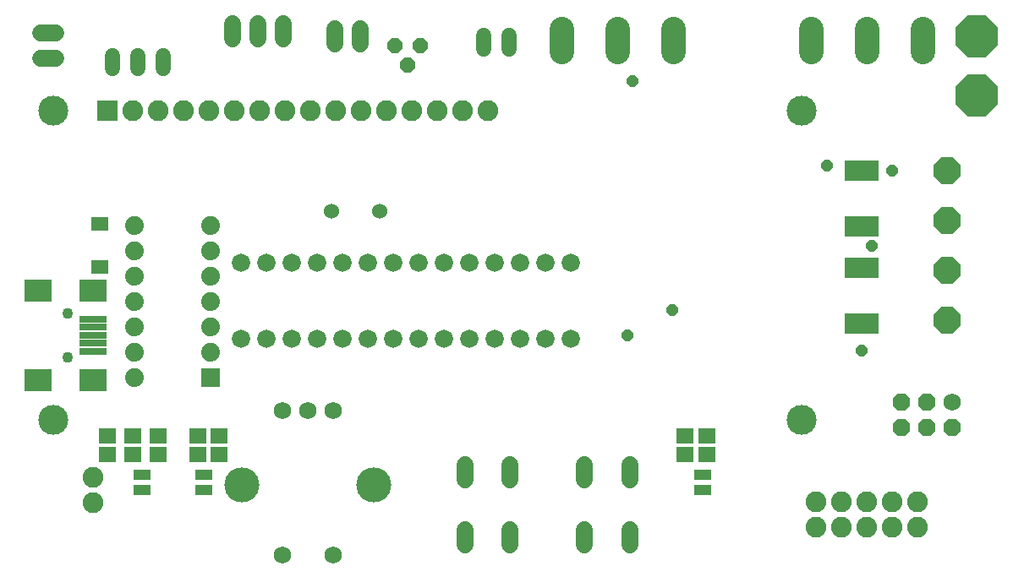
<source format=gbr>
G04 EAGLE Gerber RS-274X export*
G75*
%MOMM*%
%FSLAX34Y34*%
%LPD*%
%INSoldermask Top*%
%IPPOS*%
%AMOC8*
5,1,8,0,0,1.08239X$1,22.5*%
G01*
%ADD10R,1.879600X1.879600*%
%ADD11C,1.879600*%
%ADD12R,0.853200X1.003200*%
%ADD13R,2.703200X0.703200*%
%ADD14R,2.703200X2.203200*%
%ADD15C,1.103200*%
%ADD16C,2.082800*%
%ADD17C,1.727200*%
%ADD18R,2.082800X2.082800*%
%ADD19C,3.003200*%
%ADD20C,1.524000*%
%ADD21R,1.703200X1.503200*%
%ADD22R,3.403200X2.003200*%
%ADD23C,1.524000*%
%ADD24C,1.727200*%
%ADD25C,3.505200*%
%ADD26P,1.869504X8X202.500000*%
%ADD27C,2.451100*%
%ADD28P,1.649562X8X202.500000*%
%ADD29C,1.828800*%
%ADD30P,2.969212X8X112.500000*%
%ADD31P,4.549502X8X22.500000*%
%ADD32R,1.673200X1.473200*%
%ADD33P,1.201020X8X22.500000*%


D10*
X202550Y237600D03*
D11*
X202550Y263000D03*
X202550Y288400D03*
X202550Y313800D03*
X202550Y339200D03*
X202550Y364600D03*
X202550Y390000D03*
X126350Y390000D03*
X126350Y364600D03*
X126350Y339200D03*
X126350Y313800D03*
X126350Y288400D03*
X126350Y263000D03*
X126350Y237600D03*
D12*
X700000Y140000D03*
X700000Y125000D03*
X691500Y140000D03*
X691500Y125000D03*
D13*
X85000Y280000D03*
X85000Y288000D03*
X85000Y264000D03*
X85000Y272000D03*
D14*
X30000Y235000D03*
X30000Y325000D03*
X85000Y235000D03*
X85000Y325000D03*
D13*
X85000Y296000D03*
D15*
X60000Y302000D03*
X60000Y258000D03*
D16*
X910800Y112700D03*
X910800Y87300D03*
X885400Y112700D03*
X885400Y87300D03*
X860000Y112700D03*
X860000Y87300D03*
X834600Y112700D03*
X834600Y87300D03*
X809200Y112700D03*
X809200Y87300D03*
D17*
X47620Y557300D02*
X32380Y557300D01*
X32380Y582700D02*
X47620Y582700D01*
X352700Y587620D02*
X352700Y572380D01*
X327300Y572380D02*
X327300Y587620D01*
D18*
X100000Y505000D03*
D16*
X125400Y505000D03*
X150800Y505000D03*
X176200Y505000D03*
X201600Y505000D03*
X227000Y505000D03*
X252400Y505000D03*
X277800Y505000D03*
X303200Y505000D03*
X328600Y505000D03*
X354000Y505000D03*
X379400Y505000D03*
X404800Y505000D03*
X430200Y505000D03*
X455600Y505000D03*
X481000Y505000D03*
D19*
X45000Y505000D03*
X45000Y195000D03*
X795000Y505000D03*
X795000Y195000D03*
D20*
X324120Y404600D03*
X372380Y404600D03*
D21*
X700000Y160500D03*
X700000Y179500D03*
D22*
X855000Y292000D03*
X855000Y348000D03*
X855000Y389300D03*
X855000Y445300D03*
D23*
X155400Y547046D02*
X155400Y560254D01*
X104600Y560254D02*
X104600Y547046D01*
X130000Y547046D02*
X130000Y560254D01*
X501400Y567046D02*
X501400Y580254D01*
X476000Y580254D02*
X476000Y567046D01*
D21*
X678000Y160500D03*
X678000Y179500D03*
D17*
X577394Y85108D02*
X577394Y69868D01*
X577394Y134892D02*
X577394Y150132D01*
X622606Y85108D02*
X622606Y69868D01*
X622606Y134892D02*
X622606Y150132D01*
X502606Y150132D02*
X502606Y134892D01*
X502606Y85108D02*
X502606Y69868D01*
X457394Y134892D02*
X457394Y150132D01*
X457394Y85108D02*
X457394Y69868D01*
D24*
X300000Y204930D03*
X274600Y60150D03*
D25*
X233960Y130000D03*
X366040Y130000D03*
D24*
X325400Y60150D03*
X274600Y204930D03*
X325400Y204930D03*
X945400Y212700D03*
D26*
X920000Y212700D03*
X894600Y212700D03*
X945400Y187300D03*
X920000Y187300D03*
X894600Y187300D03*
D27*
X554120Y564551D02*
X554120Y587030D01*
X610000Y587030D02*
X610000Y564551D01*
X665880Y564551D02*
X665880Y587030D01*
X804120Y587030D02*
X804120Y564551D01*
X860000Y564551D02*
X860000Y587030D01*
X915880Y587030D02*
X915880Y564551D01*
D28*
X412700Y570000D03*
X400000Y550950D03*
X387300Y570000D03*
D29*
X563350Y352700D03*
X537950Y352700D03*
X512550Y352700D03*
X487150Y352700D03*
X461750Y352700D03*
X436350Y352700D03*
X410950Y352700D03*
X385550Y352700D03*
X360150Y352700D03*
X334750Y352700D03*
X309350Y352700D03*
X283950Y352700D03*
X258550Y352700D03*
X233150Y352700D03*
X233150Y276500D03*
X258550Y276500D03*
X283950Y276500D03*
X309350Y276500D03*
X334750Y276500D03*
X360150Y276500D03*
X385550Y276500D03*
X410950Y276500D03*
X436350Y276500D03*
X461750Y276500D03*
X487150Y276500D03*
X512550Y276500D03*
X537950Y276500D03*
X563350Y276500D03*
D30*
X940000Y295000D03*
X940000Y345000D03*
X940000Y395000D03*
X940000Y445000D03*
D17*
X224600Y576980D02*
X224600Y592220D01*
X250000Y592220D02*
X250000Y576980D01*
X275400Y576980D02*
X275400Y592220D01*
D31*
X970000Y580000D03*
X970000Y520000D03*
D21*
X211000Y160500D03*
X211000Y179500D03*
X190000Y160500D03*
X190000Y179500D03*
D12*
X200000Y140000D03*
X200000Y125000D03*
X191500Y140000D03*
X191500Y125000D03*
D32*
X91750Y348500D03*
X91750Y391500D03*
D21*
X125000Y179500D03*
X125000Y160500D03*
D12*
X130000Y125000D03*
X130000Y140000D03*
X138500Y125000D03*
X138500Y140000D03*
D21*
X150000Y179500D03*
X150000Y160500D03*
D16*
X85000Y112300D03*
X85000Y137700D03*
D21*
X100000Y179500D03*
X100000Y160500D03*
D33*
X855000Y265000D03*
X665000Y305000D03*
X620000Y280000D03*
X625000Y535000D03*
X820000Y450000D03*
X885000Y445000D03*
X865000Y370000D03*
M02*

</source>
